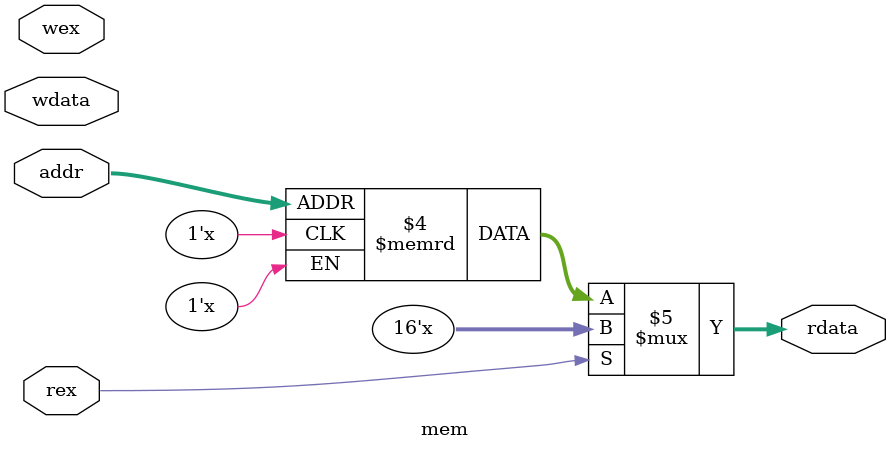
<source format=v>
`timescale 1ns/1ns

module mem (/*AUTOARG*/
  // Outputs
  rdata,
  // Inputs
  addr, wdata, wex, rex
  );
  parameter aw = 8, dw = 16;
  parameter WDELAY = 2, RDELAY = 3;

  input [aw-1:0]        addr;
  input [dw-1:0]        wdata;
  input                 wex, rex;
  output [dw-1:0]       rdata;
  reg [dw-1:0]          mem[0:(1<<aw)-1];
  
  always @(wex or wdata or addr) begin
    if ( ! wex) begin
      // mem の addr 番目の場所に
      // wdata を格納する。その時、WDELAY の遅延をつける
    end
  end

  assign #RDELAY rdata[dw-1:0] = !rex? mem[addr[aw-1:0]]: {dw{1'bz}};
endmodule // mem

</source>
